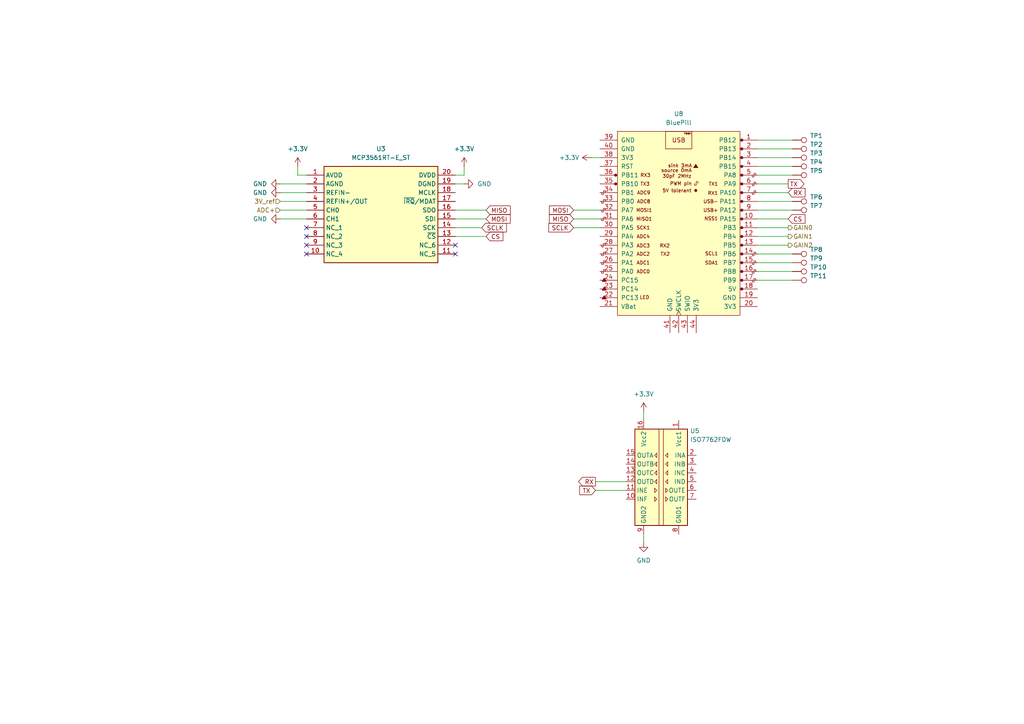
<source format=kicad_sch>
(kicad_sch (version 20231120) (generator "eeschema") (generator_version "8.0")
  (paper "A4")
  (lib_symbols
    (symbol "Connector:TestPoint" (pin_numbers hide) (pin_names (offset 0.762) hide)
      (property "Reference" "TP" (at 0 6.858 0))
      (property "Value" "TestPoint" (at 0 5.08 0))
      (symbol "TestPoint_0_1"
        (circle (center 0 3.302) (radius 0.762))
      )
      (symbol "TestPoint_1_1"
        (pin passive line (at 0 0 90) (length 2.54) (name "1") (number "1"))
      )
    )
    (symbol "Isolator:ISO7762FDW"
      (property "Reference" "U" (at 8.255 14.605 0))
      (property "Value" "ISO7762FDW" (at 8.255 12.065 0))
      (symbol "ISO7762FDW_0_1"
        (rectangle (start -7.62 15.24) (end 7.62 -12.7) (stroke (width 0.254)) (fill (type background)))
        (polyline (pts (xy -0.635 15.24) (xy -0.635 -12.7)))
        (polyline (pts (xy 0.635 15.24) (xy 0.635 -12.7)))
        (polyline (pts (xy -1.905 8.255) (xy -1.27 7.62) (xy -1.905 6.985) (xy -1.905 8.255)))
        (polyline (pts (xy 1.27 8.255) (xy 1.905 7.62) (xy 1.27 6.985) (xy 1.27 8.255)))
      )
      (symbol "ISO7762FDW_1_1"
        (polyline (pts (xy -1.905 0.635) (xy -1.27 0) (xy -1.905 -0.635) (xy -1.905 0.635)))
        (polyline (pts (xy -1.905 3.175) (xy -1.27 2.54) (xy -1.905 1.905) (xy -1.905 3.175)))
        (polyline (pts (xy -1.905 5.715) (xy -1.27 5.08) (xy -1.905 4.445) (xy -1.905 5.715)))
        (polyline (pts (xy -1.27 -4.445) (xy -1.905 -5.08) (xy -1.27 -5.715) (xy -1.27 -4.445)))
        (polyline (pts (xy -1.27 -1.905) (xy -1.905 -2.54) (xy -1.27 -3.175) (xy -1.27 -1.905)))
        (polyline (pts (xy 1.27 0.635) (xy 1.905 0) (xy 1.27 -0.635) (xy 1.27 0.635)))
        (polyline (pts (xy 1.27 3.175) (xy 1.905 2.54) (xy 1.27 1.905) (xy 1.27 3.175)))
        (polyline (pts (xy 1.27 5.715) (xy 1.905 5.08) (xy 1.27 4.445) (xy 1.27 5.715)))
        (polyline (pts (xy 1.905 -4.445) (xy 1.27 -5.08) (xy 1.905 -5.715) (xy 1.905 -4.445)))
        (polyline (pts (xy 1.905 -1.905) (xy 1.27 -2.54) (xy 1.905 -3.175) (xy 1.905 -1.905)))
        (pin power_in line (at -5.08 17.78 270) (length 2.54) (name "Vcc1") (number "1"))
        (pin input line (at 10.16 -5.08 180) (length 2.54) (name "INF") (number "10"))
        (pin input line (at 10.16 -2.54 180) (length 2.54) (name "INE") (number "11"))
        (pin output line (at 10.16 0 180) (length 2.54) (name "OUTD") (number "12"))
        (pin output line (at 10.16 2.54 180) (length 2.54) (name "OUTC") (number "13"))
        (pin output line (at 10.16 5.08 180) (length 2.54) (name "OUTB") (number "14"))
        (pin output line (at 10.16 7.62 180) (length 2.54) (name "OUTA") (number "15"))
        (pin power_in line (at 5.08 17.78 270) (length 2.54) (name "Vcc2") (number "16"))
        (pin input line (at -10.16 7.62 0) (length 2.54) (name "INA") (number "2"))
        (pin input line (at -10.16 5.08 0) (length 2.54) (name "INB") (number "3"))
        (pin input line (at -10.16 2.54 0) (length 2.54) (name "INC") (number "4"))
        (pin input line (at -10.16 0 0) (length 2.54) (name "IND") (number "5"))
        (pin output line (at -10.16 -2.54 0) (length 2.54) (name "OUTE") (number "6"))
        (pin output line (at -10.16 -5.08 0) (length 2.54) (name "OUTF") (number "7"))
        (pin power_in line (at -5.08 -15.24 90) (length 2.54) (name "GND1") (number "8"))
        (pin power_in line (at 5.08 -15.24 90) (length 2.54) (name "GND2") (number "9"))
      )
    )
    (symbol "power:+3.3V" (power) (pin_numbers hide) (pin_names (offset 0) hide)
      (property "Value" "+3.3V" (at 0 3.556 0))
      (symbol "+3.3V_0_1"
        (polyline (pts (xy -0.762 1.27) (xy 0 2.54)))
        (polyline (pts (xy 0 0) (xy 0 2.54)))
        (polyline (pts (xy 0 2.54) (xy 0.762 1.27)))
      )
      (symbol "+3.3V_1_1"
        (pin power_in line (at 0 0 90) (length 0) (name "~") (number "1"))
      )
    )
    (symbol "power:GND" (power) (pin_numbers hide) (pin_names (offset 0) hide)
      (property "Value" "GND" (at 0 -3.81 0))
      (symbol "GND_0_1"
        (polyline (pts (xy 0 0) (xy 0 -1.27) (xy 1.27 -1.27) (xy 0 -2.54) (xy -1.27 -1.27) (xy 0 -1.27)))
      )
      (symbol "GND_1_1"
        (pin power_in line (at 0 0 270) (length 0) (name "~") (number "1"))
      )
    )
    (symbol "psg:BluePill" (pin_names (offset 1.016))
      (property "Reference" "U" (at -15.24 27.94 0))
      (property "Value" "BluePill" (at 7.62 27.686 0))
      (symbol "BluePill_0_0"
        (circle (center -18.288 -20.32) (radius 0.3556) (fill (type outline)))
        (circle (center -18.288 -17.78) (radius 0.3556) (fill (type outline)))
        (circle (center -18.288 -15.24) (radius 0.3556) (fill (type outline)))
        (circle (center -18.288 -12.7) (radius 0.3556) (fill (type outline)))
        (circle (center -18.288 -10.16) (radius 0.3556) (fill (type outline)))
        (circle (center -18.288 -7.62) (radius 0.3556) (fill (type outline)))
        (circle (center -18.288 -5.08) (radius 0.3556) (fill (type outline)))
        (circle (center -18.288 -2.54) (radius 0.3556) (fill (type outline)))
        (circle (center -18.288 0) (radius 0.3556) (fill (type outline)))
        (circle (center -18.288 2.54) (radius 0.3556) (fill (type outline)))
        (circle (center -18.288 5.08) (radius 0.3556) (fill (type outline)))
        (circle (center -18.288 7.62) (radius 0.3556) (fill (type outline)))
        (circle (center -18.288 10.16) (radius 0.3556) (fill (type outline)))
        (circle (center -18.288 12.7) (radius 0.3556) (fill (type outline)))
        (circle (center -18.288 15.24) (radius 0.3556) (fill (type outline)))
        (circle (center -18.288 17.78) (radius 0.3556) (fill (type outline)))
        (circle (center -18.288 22.86) (radius 0.3556) (fill (type outline)))
        (circle (center -4.953 8.255) (radius 0.127) (fill (type outline)))
        (circle (center -4.953 8.255) (radius 0.254))
        (circle (center -4.953 8.255) (radius 0.3556))
        (polyline (pts (xy -5.588 14.859) (xy -4.953 15.875) (xy -4.318 14.859) (xy -5.588 14.859) (xy -4.953 15.748) (xy -4.445 14.859) (xy -5.461 14.986) (xy -4.953 15.621) (xy -4.572 14.859) (xy -5.334 15.113) (xy -4.826 15.494) (xy -4.699 14.859) (xy -5.207 15.24) (xy -4.699 15.367) (xy -4.826 14.986) (xy -5.08 15.24) (xy -4.826 15.113) (xy -4.953 15.367)))
        (polyline (pts (xy 20.955 -23.241) (xy 21.59 -22.225) (xy 22.225 -23.241) (xy 20.955 -23.241) (xy 21.59 -22.352) (xy 22.098 -23.241) (xy 21.082 -23.114) (xy 21.59 -22.479) (xy 21.971 -23.241) (xy 21.209 -22.987) (xy 21.717 -22.606) (xy 21.844 -23.241) (xy 21.336 -22.86) (xy 21.844 -22.733) (xy 21.717 -23.114) (xy 21.463 -22.86) (xy 21.717 -22.987) (xy 21.59 -22.733)))
        (polyline (pts (xy 20.955 -20.701) (xy 21.59 -19.685) (xy 22.225 -20.701) (xy 20.955 -20.701) (xy 21.59 -19.812) (xy 22.098 -20.701) (xy 21.082 -20.574) (xy 21.59 -19.939) (xy 21.971 -20.701) (xy 21.209 -20.447) (xy 21.717 -20.066) (xy 21.844 -20.701) (xy 21.336 -20.32) (xy 21.844 -20.193) (xy 21.717 -20.574) (xy 21.463 -20.32) (xy 21.717 -20.447) (xy 21.59 -20.193)))
        (polyline (pts (xy 20.955 -18.161) (xy 21.59 -17.145) (xy 22.225 -18.161) (xy 20.955 -18.161) (xy 21.59 -17.272) (xy 22.098 -18.161) (xy 21.082 -18.034) (xy 21.59 -17.399) (xy 21.971 -18.161) (xy 21.209 -17.907) (xy 21.717 -17.526) (xy 21.844 -18.161) (xy 21.336 -17.78) (xy 21.844 -17.653) (xy 21.717 -18.034) (xy 21.463 -17.78) (xy 21.717 -17.907) (xy 21.59 -17.653)))
        (circle (center 18.288 10.16) (radius 0.254) (fill (type outline)))
        (circle (center 18.288 10.16) (radius 0.3556))
        (circle (center 18.288 12.7) (radius 0.254) (fill (type outline)))
        (circle (center 18.288 12.7) (radius 0.3556))
        (text "30pF 2MHz" (at 0.508 12.446 0) (effects (font (size 0.9906 0.9906))))
        (text "5V tolerant" (at 0.508 8.255 0) (effects (font (size 0.9906 0.9906))))
        (text "ADC0" (at 10.287 -15.24 0) (effects (font (size 0.9906 0.9906))))
        (text "ADC1" (at 10.287 -12.7 0) (effects (font (size 0.9906 0.9906))))
        (text "ADC2" (at 10.287 -10.16 0) (effects (font (size 0.9906 0.9906))))
        (text "ADC3" (at 10.287 -7.747 0) (effects (font (size 0.9906 0.9906))))
        (text "ADC4" (at 10.287 -5.08 0) (effects (font (size 0.9906 0.9906))))
        (text "ADC8" (at 10.16 5.08 0) (effects (font (size 0.9906 0.9906))))
        (text "ADC9" (at 10.16 7.62 0) (effects (font (size 0.9906 0.9906))))
        (text "LED" (at 9.906 -22.733 0) (effects (font (size 0.9906 0.9906))))
        (text "MISO1" (at 10.033 0 0) (effects (font (size 0.9906 0.9906))))
        (text "MOSI1" (at 10.033 2.54 0) (effects (font (size 0.9906 0.9906))))
        (text "NSS1" (at -9.398 0.127 0) (effects (font (size 0.9906 0.9906))))
        (text "PWM pin" (at -0.635 10.287 0) (effects (font (size 0.9906 0.9906))))
        (text "RX1" (at -9.906 7.493 0) (effects (font (size 0.9906 0.9906))))
        (text "RX2" (at 4.064 -7.747 0) (effects (font (size 0.9906 0.9906))))
        (text "RX3" (at 9.652 12.7 0) (effects (font (size 0.9906 0.9906))))
        (text "SCK1" (at 10.287 -2.54 0) (effects (font (size 0.9906 0.9906))))
        (text "SCL1" (at -9.525 -10.033 0) (effects (font (size 0.9906 0.9906))))
        (text "SDA1" (at -9.525 -12.7 0) (effects (font (size 0.9906 0.9906))))
        (text "sink 3mA" (at -0.381 15.494 0) (effects (font (size 0.9906 0.9906))))
        (text "source 0mA" (at 0.635 14.097 0) (effects (font (size 0.9906 0.9906))))
        (text "TX1" (at -10.033 10.16 0) (effects (font (size 0.9906 0.9906))))
        (text "TX2" (at 3.937 -10.16 0) (effects (font (size 0.9906 0.9906))))
        (text "TX3" (at 9.779 10.16 0) (effects (font (size 0.9906 0.9906))))
        (text "USB" (at 0 22.86 0) (effects (font (size 1.27 1.27))))
        (text "USB+" (at -9.271 2.54 0) (effects (font (size 0.9906 0.9906))))
        (text "USB-" (at -9.271 5.08 0) (effects (font (size 0.9906 0.9906))))
        (text "Y@@J" (at -2.5654 24.8412 0) (effects (font (size 0.508 0.508))))
      )
      (symbol "BluePill_0_1"
        (rectangle (start -17.78 25.4) (end 17.78 -27.94) (fill (type background)))
        (polyline (pts (xy -21.336 -17.78) (xy -21.336 -18.288) (xy -21.844 -18.288) (xy -21.844 -17.272) (xy -22.352 -17.272) (xy -22.352 -17.78)))
        (polyline (pts (xy -21.336 -15.24) (xy -21.336 -15.748) (xy -21.844 -15.748) (xy -21.844 -14.732) (xy -22.352 -14.732) (xy -22.352 -15.24)))
        (polyline (pts (xy -21.336 -12.7) (xy -21.336 -13.208) (xy -21.844 -13.208) (xy -21.844 -12.192) (xy -22.352 -12.192) (xy -22.352 -12.7)))
        (polyline (pts (xy -21.336 -10.16) (xy -21.336 -10.668) (xy -21.844 -10.668) (xy -21.844 -9.652) (xy -22.352 -9.652) (xy -22.352 -10.16)))
        (polyline (pts (xy -21.336 7.62) (xy -21.336 7.112) (xy -21.844 7.112) (xy -21.844 8.128) (xy -22.352 8.128) (xy -22.352 7.62)))
        (polyline (pts (xy -21.336 10.16) (xy -21.336 9.652) (xy -21.844 9.652) (xy -21.844 10.668) (xy -22.352 10.668) (xy -22.352 10.16)))
        (polyline (pts (xy -21.336 12.7) (xy -21.336 12.192) (xy -21.844 12.192) (xy -21.844 13.208) (xy -22.352 13.208) (xy -22.352 12.7)))
        (polyline (pts (xy -4.572 10.287) (xy -4.572 9.779) (xy -5.08 9.779) (xy -5.08 10.795) (xy -5.588 10.795) (xy -5.588 10.287)))
        (polyline (pts (xy 22.352 -15.24) (xy 22.352 -15.748) (xy 21.844 -15.748) (xy 21.844 -14.732) (xy 21.336 -14.732) (xy 21.336 -15.24)))
        (polyline (pts (xy 22.352 -12.7) (xy 22.352 -13.208) (xy 21.844 -13.208) (xy 21.844 -12.192) (xy 21.336 -12.192) (xy 21.336 -12.7)))
        (polyline (pts (xy 22.352 -10.16) (xy 22.352 -10.668) (xy 21.844 -10.668) (xy 21.844 -9.652) (xy 21.336 -9.652) (xy 21.336 -10.16)))
        (polyline (pts (xy 22.352 -7.62) (xy 22.352 -8.128) (xy 21.844 -8.128) (xy 21.844 -7.112) (xy 21.336 -7.112) (xy 21.336 -7.62)))
        (polyline (pts (xy 22.352 0) (xy 22.352 -0.508) (xy 21.844 -0.508) (xy 21.844 0.508) (xy 21.336 0.508) (xy 21.336 0)))
        (polyline (pts (xy 22.352 2.54) (xy 22.352 2.032) (xy 21.844 2.032) (xy 21.844 3.048) (xy 21.336 3.048) (xy 21.336 2.54)))
        (polyline (pts (xy 22.352 5.08) (xy 22.352 4.572) (xy 21.844 4.572) (xy 21.844 5.588) (xy 21.336 5.588) (xy 21.336 5.08)))
        (polyline (pts (xy 22.352 7.62) (xy 22.352 7.112) (xy 21.844 7.112) (xy 21.844 8.128) (xy 21.336 8.128) (xy 21.336 7.62)))
        (rectangle (start 3.81 25.4) (end -3.81 20.32))
      )
      (symbol "BluePill_1_1"
        (circle (center -18.288 20.32) (radius 0.3556) (fill (type outline)))
        (pin bidirectional line (at -22.86 22.86 0) (length 5.08) (name "PB12") (number "1"))
        (pin bidirectional line (at -22.86 0 0) (length 5.08) (name "PA15") (number "10"))
        (pin bidirectional line (at -22.86 -2.54 0) (length 5.08) (name "PB3") (number "11"))
        (pin bidirectional line (at -22.86 -5.08 0) (length 5.08) (name "PB4") (number "12"))
        (pin bidirectional line (at -22.86 -7.62 0) (length 5.08) (name "PB5") (number "13"))
        (pin bidirectional line (at -22.86 -10.16 0) (length 5.08) (name "PB6") (number "14"))
        (pin bidirectional line (at -22.86 -12.7 0) (length 5.08) (name "PB7") (number "15"))
        (pin bidirectional line (at -22.86 -15.24 0) (length 5.08) (name "PB8") (number "16"))
        (pin bidirectional line (at -22.86 -17.78 0) (length 5.08) (name "PB9") (number "17"))
        (pin power_in line (at -22.86 -20.32 0) (length 5.08) (name "5V") (number "18"))
        (pin power_in line (at -22.86 -22.86 0) (length 5.08) (name "GND") (number "19"))
        (pin bidirectional line (at -22.86 20.32 0) (length 5.08) (name "PB13") (number "2"))
        (pin power_in line (at -22.86 -25.4 0) (length 5.08) (name "3V3") (number "20"))
        (pin power_in line (at 22.86 -25.4 180) (length 5.08) (name "VBat") (number "21"))
        (pin bidirectional line (at 22.86 -22.86 180) (length 5.08) (name "PC13") (number "22"))
        (pin bidirectional line (at 22.86 -20.32 180) (length 5.08) (name "PC14") (number "23"))
        (pin bidirectional line (at 22.86 -17.78 180) (length 5.08) (name "PC15") (number "24"))
        (pin bidirectional line (at 22.86 -15.24 180) (length 5.08) (name "PA0") (number "25"))
        (pin bidirectional line (at 22.86 -12.7 180) (length 5.08) (name "PA1") (number "26"))
        (pin bidirectional line (at 22.86 -10.16 180) (length 5.08) (name "PA2") (number "27"))
        (pin bidirectional line (at 22.86 -7.62 180) (length 5.08) (name "PA3") (number "28"))
        (pin bidirectional line (at 22.86 -5.08 180) (length 5.08) (name "PA4") (number "29"))
        (pin bidirectional line (at -22.86 17.78 0) (length 5.08) (name "PB14") (number "3"))
        (pin bidirectional line (at 22.86 -2.54 180) (length 5.08) (name "PA5") (number "30"))
        (pin bidirectional line (at 22.86 0 180) (length 5.08) (name "PA6") (number "31"))
        (pin bidirectional line (at 22.86 2.54 180) (length 5.08) (name "PA7") (number "32"))
        (pin bidirectional line (at 22.86 5.08 180) (length 5.08) (name "PB0") (number "33"))
        (pin bidirectional line (at 22.86 7.62 180) (length 5.08) (name "PB1") (number "34"))
        (pin bidirectional line (at 22.86 10.16 180) (length 5.08) (name "PB10") (number "35"))
        (pin bidirectional line (at 22.86 12.7 180) (length 5.08) (name "PB11") (number "36"))
        (pin input line (at 22.86 15.24 180) (length 5.08) (name "RST") (number "37"))
        (pin power_in line (at 22.86 17.78 180) (length 5.08) (name "3V3") (number "38"))
        (pin power_in line (at 22.86 22.86 180) (length 5.08) (name "GND") (number "39"))
        (pin bidirectional line (at -22.86 15.24 0) (length 5.08) (name "PB15") (number "4"))
        (pin power_in line (at 22.86 20.32 180) (length 5.08) (name "GND") (number "40"))
        (pin power_in line (at 2.54 -33.02 90) (length 5.08) (name "GND") (number "41"))
        (pin bidirectional clock (at 0 -33.02 90) (length 5.08) (name "SWCLK") (number "42"))
        (pin bidirectional line (at -2.54 -33.02 90) (length 5.08) (name "SWIO") (number "43"))
        (pin power_in line (at -5.08 -33.02 90) (length 5.08) (name "3V3") (number "44"))
        (pin bidirectional line (at -22.86 12.7 0) (length 5.08) (name "PA8") (number "5"))
        (pin bidirectional line (at -22.86 10.16 0) (length 5.08) (name "PA9") (number "6"))
        (pin bidirectional line (at -22.86 7.62 0) (length 5.08) (name "PA10") (number "7"))
        (pin bidirectional line (at -22.86 5.08 0) (length 5.08) (name "PA11") (number "8"))
        (pin bidirectional line (at -22.86 2.54 0) (length 5.08) (name "PA12") (number "9"))
      )
    )
    (symbol "rack_modules:MCP3561RT-E_ST"
      (property "Reference" "U" (at 9.906 7.62 0))
      (property "Value" "MCP3561RT-E_ST" (at 9.906 5.08 0))
      (symbol "MCP3561RT-E_ST_1_1"
        (rectangle (start 5.08 2.54) (end 38.1 -25.4) (stroke (width 0.254)) (fill (type background)))
        (pin power_in line (at 0 0 0) (length 5.08) (name "AVDD") (number "1"))
        (pin passive line (at 0 -22.86 0) (length 5.08) (name "NC_4") (number "10"))
        (pin passive line (at 43.18 -22.86 180) (length 5.08) (name "NC_5") (number "11"))
        (pin passive line (at 43.18 -20.32 180) (length 5.08) (name "NC_6") (number "12"))
        (pin input line (at 43.18 -17.78 180) (length 5.08) (name "~{CS}") (number "13"))
        (pin input line (at 43.18 -15.24 180) (length 5.08) (name "SCK") (number "14"))
        (pin input line (at 43.18 -12.7 180) (length 5.08) (name "SDI") (number "15"))
        (pin output line (at 43.18 -10.16 180) (length 5.08) (name "SDO") (number "16"))
        (pin output line (at 43.18 -7.62 180) (length 5.08) (name "~{IRQ}/MDAT") (number "17"))
        (pin passive line (at 43.18 -5.08 180) (length 5.08) (name "MCLK") (number "18"))
        (pin power_in line (at 43.18 -2.54 180) (length 5.08) (name "DGND") (number "19"))
        (pin power_in line (at 0 -2.54 0) (length 5.08) (name "AGND") (number "2"))
        (pin power_in line (at 43.18 0 180) (length 5.08) (name "DVDD") (number "20"))
        (pin input line (at 0 -5.08 0) (length 5.08) (name "REFIN-") (number "3"))
        (pin passive line (at 0 -7.62 0) (length 5.08) (name "REFIN+/OUT") (number "4"))
        (pin input line (at 0 -10.16 0) (length 5.08) (name "CH0") (number "5"))
        (pin input line (at 0 -12.7 0) (length 5.08) (name "CH1") (number "6"))
        (pin passive line (at 0 -15.24 0) (length 5.08) (name "NC_1") (number "7"))
        (pin passive line (at 0 -17.78 0) (length 5.08) (name "NC_2") (number "8"))
        (pin passive line (at 0 -20.32 0) (length 5.08) (name "NC_3") (number "9"))
      )
    )
  )
  (no_connect (at 88.9 66.04))
  (no_connect (at 132.08 73.66))
  (no_connect (at 88.9 73.66))
  (no_connect (at 88.9 68.58))
  (no_connect (at 88.9 71.12))
  (no_connect (at 132.08 71.12))
  (wire (pts (xy 132.08 53.34) (xy 134.62 53.34)))
  (wire (pts (xy 219.71 73.66) (xy 229.87 73.66)))
  (wire (pts (xy 219.71 58.42) (xy 229.87 58.42)))
  (wire (pts (xy 86.36 48.26) (xy 86.36 50.8)))
  (wire (pts (xy 219.71 63.5) (xy 228.6 63.5)))
  (wire (pts (xy 166.37 66.04) (xy 173.99 66.04)))
  (wire (pts (xy 181.61 139.7) (xy 172.72 139.7)))
  (wire (pts (xy 219.71 48.26) (xy 229.87 48.26)))
  (wire (pts (xy 81.28 60.96) (xy 88.9 60.96)))
  (wire (pts (xy 81.28 58.42) (xy 88.9 58.42)))
  (wire (pts (xy 219.71 55.88) (xy 228.6 55.88)))
  (wire (pts (xy 219.71 50.8) (xy 229.87 50.8)))
  (wire (pts (xy 219.71 60.96) (xy 229.87 60.96)))
  (wire (pts (xy 134.62 50.8) (xy 132.08 50.8)))
  (wire (pts (xy 219.71 53.34) (xy 228.6 53.34)))
  (wire (pts (xy 132.08 63.5) (xy 140.97 63.5)))
  (wire (pts (xy 81.28 53.34) (xy 88.9 53.34)))
  (wire (pts (xy 228.6 68.58) (xy 219.71 68.58)))
  (wire (pts (xy 166.37 63.5) (xy 173.99 63.5)))
  (wire (pts (xy 132.08 68.58) (xy 140.97 68.58)))
  (wire (pts (xy 134.62 48.26) (xy 134.62 50.8)))
  (wire (pts (xy 219.71 81.28) (xy 229.87 81.28)))
  (wire (pts (xy 186.69 119.38) (xy 186.69 121.92)))
  (wire (pts (xy 219.71 45.72) (xy 229.87 45.72)))
  (wire (pts (xy 132.08 60.96) (xy 140.97 60.96)))
  (wire (pts (xy 186.69 157.48) (xy 186.69 154.94)))
  (wire (pts (xy 171.45 45.72) (xy 173.99 45.72)))
  (wire (pts (xy 139.7 66.04) (xy 132.08 66.04)))
  (wire (pts (xy 81.28 55.88) (xy 88.9 55.88)))
  (wire (pts (xy 166.37 60.96) (xy 173.99 60.96)))
  (wire (pts (xy 219.71 40.64) (xy 229.87 40.64)))
  (wire (pts (xy 228.6 71.12) (xy 219.71 71.12)))
  (wire (pts (xy 86.36 50.8) (xy 88.9 50.8)))
  (wire (pts (xy 219.71 76.2) (xy 229.87 76.2)))
  (wire (pts (xy 228.6 66.04) (xy 219.71 66.04)))
  (wire (pts (xy 81.28 63.5) (xy 88.9 63.5)))
  (wire (pts (xy 181.61 142.24) (xy 172.72 142.24)))
  (wire (pts (xy 219.71 43.18) (xy 229.87 43.18)))
  (wire (pts (xy 219.71 78.74) (xy 229.87 78.74)))
  (text "verzioniši module po rezoluciji, 4.5 ima lm4040, 5.5 ima ref5050, 6.5 ima lm399 itd" (at 157.988 -29.718 0) (effects (font (size 5.08 5.08))))
  (text "Napravi kalibracioni modul\n" (at 73.914 -52.07 0) (effects (font (size 5.08 5.08))))
  (text "Napravi baterija modul za kalibracioni modul\n" (at 103.886 -41.402 0) (effects (font (size 5.08 5.08))))
  (global_label "MISO" (shape input) (at 166.37 63.5 180) (property "Intersheetrefs" "${INTERSHEET_REFS}" (effects (hide yes))))
  (global_label "SCLK" (shape input) (at 139.7 66.04 0) (property "Intersheetrefs" "${INTERSHEET_REFS}" (effects (hide yes))))
  (global_label "CS" (shape input) (at 140.97 68.58 0) (property "Intersheetrefs" "${INTERSHEET_REFS}" (effects (hide yes))))
  (global_label "SCLK" (shape input) (at 166.37 66.04 180) (property "Intersheetrefs" "${INTERSHEET_REFS}" (effects (hide yes))))
  (global_label "TX" (shape output) (at 228.6 53.34 0) (property "Intersheetrefs" "${INTERSHEET_REFS}" (effects (hide yes))))
  (global_label "CS" (shape input) (at 228.6 63.5 0) (property "Intersheetrefs" "${INTERSHEET_REFS}" (effects (hide yes))))
  (global_label "TX" (shape input) (at 172.72 142.24 180) (property "Intersheetrefs" "${INTERSHEET_REFS}" (effects (hide yes))))
  (global_label "RX" (shape input) (at 228.6 55.88 0) (property "Intersheetrefs" "${INTERSHEET_REFS}" (effects (hide yes))))
  (global_label "MISO" (shape input) (at 140.97 60.96 0) (property "Intersheetrefs" "${INTERSHEET_REFS}" (effects (hide yes))))
  (global_label "MOSI" (shape input) (at 140.97 63.5 0) (property "Intersheetrefs" "${INTERSHEET_REFS}" (effects (hide yes))))
  (global_label "MOSI" (shape input) (at 166.37 60.96 180) (property "Intersheetrefs" "${INTERSHEET_REFS}" (effects (hide yes))))
  (global_label "RX" (shape output) (at 172.72 139.7 180) (property "Intersheetrefs" "${INTERSHEET_REFS}" (effects (hide yes))))
  (hierarchical_label "GAIN0" (shape output) (at 228.6 66.04 0))
  (hierarchical_label "GAIN2" (shape output) (at 228.6 71.12 0))
  (hierarchical_label "ADC+" (shape input) (at 81.28 60.96 180))
  (hierarchical_label "GAIN1" (shape output) (at 228.6 68.58 0))
  (hierarchical_label "3V_ref" (shape input) (at 81.28 58.42 180))
  (symbol (lib_id "Connector:TestPoint") (at 229.87 58.42 270) (unit 1)
    (property "Reference" "TP6" (at 234.95 57.1499 90) (effects (justify left)))
    (property "Value" "TestPoint" (effects (hide yes)))
    (property "Footprint" "TestPoint:TestPoint_Pad_D3.0mm" (effects (hide yes)))
    (property "Description" "test point" (effects (hide yes)))
  )
  (symbol (lib_id "power:+3.3V") (at 171.45 45.72 90) (mirror x) (unit 1)
    (property "Reference" "#PWR036" (effects (hide yes)))
    (property "Value" "+3.3V" (at 165.1 45.72 90))
    (property "Description" "Power symbol creates a global label with name \"+3.3V\"" (effects (hide yes)))
  )
  (symbol (lib_id "power:GND") (at 81.28 63.5 270) (unit 1)
    (property "Reference" "#PWR022" (effects (hide yes)))
    (property "Value" "GND" (at 77.47 63.4999 90) (effects (justify right)))
    (property "Description" "Power symbol creates a global label with name \"GND\" , ground" (effects (hide yes)))
  )
  (symbol (lib_id "power:+3.3V") (at 86.36 48.26 0) (unit 1)
    (property "Reference" "#PWR06" (effects (hide yes)))
    (property "Value" "+3.3V" (at 86.36 43.18 0))
    (property "Description" "Power symbol creates a global label with name \"+3.3V\"" (effects (hide yes)))
  )
  (symbol (lib_id "power:GND") (at 186.69 157.48 0) (unit 1)
    (property "Reference" "#PWR010" (effects (hide yes)))
    (property "Value" "GND" (at 186.69 162.56 0))
    (property "Description" "Power symbol creates a global label with name \"GND\" , ground" (effects (hide yes)))
  )
  (symbol (lib_id "Connector:TestPoint") (at 229.87 40.64 270) (unit 1)
    (property "Reference" "TP1" (at 234.95 39.3699 90) (effects (justify left)))
    (property "Value" "TestPoint" (effects (hide yes)))
    (property "Footprint" "TestPoint:TestPoint_Pad_D3.0mm" (effects (hide yes)))
    (property "Description" "test point" (effects (hide yes)))
  )
  (symbol (lib_id "power:GND") (at 81.28 55.88 270) (unit 1)
    (property "Reference" "#PWR05" (effects (hide yes)))
    (property "Value" "GND" (at 77.47 55.8799 90) (effects (justify right)))
    (property "Description" "Power symbol creates a global label with name \"GND\" , ground" (effects (hide yes)))
  )
  (symbol (lib_id "Isolator:ISO7762FDW") (at 191.77 139.7 0) (mirror y) (unit 1)
    (property "Reference" "U5" (at 200.152 124.968 0) (effects (justify right)))
    (property "Value" "ISO7762FDW" (at 200.152 127.508 0) (effects (justify right)))
    (property "Footprint" "Package_SO:SOIC-16W_7.5x10.3mm_P1.27mm" (effects (hide yes)))
    (property "Datasheet" "https://www.ti.com/lit/ds/symlink/iso7763.pdf?ts=1596905577895" (effects (hide yes)))
    (property "Description" "Default low, High-speed, robust EMC, reinforced, six-channel, digital, isolator, SOIC-16" (effects (hide yes)))
  )
  (symbol (lib_id "Connector:TestPoint") (at 229.87 45.72 270) (unit 1)
    (property "Reference" "TP3" (at 234.95 44.4499 90) (effects (justify left)))
    (property "Value" "TestPoint" (effects (hide yes)))
    (property "Footprint" "TestPoint:TestPoint_Pad_D3.0mm" (effects (hide yes)))
    (property "Description" "test point" (effects (hide yes)))
  )
  (symbol (lib_id "Connector:TestPoint") (at 229.87 50.8 270) (unit 1)
    (property "Reference" "TP5" (at 234.95 49.5299 90) (effects (justify left)))
    (property "Value" "TestPoint" (effects (hide yes)))
    (property "Footprint" "TestPoint:TestPoint_Pad_D3.0mm" (effects (hide yes)))
    (property "Description" "test point" (effects (hide yes)))
  )
  (symbol (lib_id "Connector:TestPoint") (at 229.87 60.96 270) (unit 1)
    (property "Reference" "TP7" (at 234.95 59.6899 90) (effects (justify left)))
    (property "Value" "TestPoint" (effects (hide yes)))
    (property "Footprint" "TestPoint:TestPoint_Pad_D3.0mm" (effects (hide yes)))
    (property "Description" "test point" (effects (hide yes)))
  )
  (symbol (lib_id "psg:BluePill") (at 196.85 63.5 0) (mirror y) (unit 1)
    (property "Reference" "U8" (at 196.85 33.02 0))
    (property "Value" "BluePill" (at 196.85 35.56 0))
    (property "Footprint" "PSG:BluePill" (effects (hide yes)))
  )
  (symbol (lib_id "rack_modules:MCP3561RT-E_ST") (at 88.9 50.8 0) (unit 1)
    (property "Reference" "U3" (at 110.49 43.18 0))
    (property "Value" "MCP3561RT-E_ST" (at 110.49 45.72 0))
    (property "Footprint" "Package_SO:TSSOP-20_4.4x6.5mm_P0.65mm" (effects (hide yes)))
    (property "Datasheet" "https://ww1.microchip.com/downloads/en/DeviceDoc/MCP3561.2.4R-Data-Sheet-DS200006391A.pdf" (effects (hide yes)))
    (property "Description" "Analog to Digital Converters - ADC 24-bit delta-sigma ADC w/Vref, Single channel, 3V" (effects (hide yes)))
    (property "Height" "1.2" (effects (hide yes)))
    (property "Mouser Part Number" "579-MCP3561RT-E/ST" (effects (hide yes)))
    (property "Mouser Price/Stock" "https://www.mouser.co.uk/ProductDetail/Microchip-Technology/MCP3561RT-E-ST?qs=W%2FMpXkg%252BdQ65LmiVjhvJgQ%3D%3D" (effects (hide yes)))
    (property "Manufacturer_Name" "Microchip" (effects (hide yes)))
    (property "Manufacturer_Part_Number" "MCP3561RT-E/ST" (effects (hide yes)))
  )
  (symbol (lib_id "Connector:TestPoint") (at 229.87 76.2 270) (unit 1)
    (property "Reference" "TP9" (at 234.95 74.9299 90) (effects (justify left)))
    (property "Value" "TestPoint" (effects (hide yes)))
    (property "Footprint" "TestPoint:TestPoint_Pad_D3.0mm" (effects (hide yes)))
    (property "Description" "test point" (effects (hide yes)))
  )
  (symbol (lib_id "Connector:TestPoint") (at 229.87 43.18 270) (unit 1)
    (property "Reference" "TP2" (at 234.95 41.9099 90) (effects (justify left)))
    (property "Value" "TestPoint" (effects (hide yes)))
    (property "Footprint" "TestPoint:TestPoint_Pad_D3.0mm" (effects (hide yes)))
    (property "Description" "test point" (effects (hide yes)))
  )
  (symbol (lib_id "power:GND") (at 81.28 53.34 270) (unit 1)
    (property "Reference" "#PWR04" (effects (hide yes)))
    (property "Value" "GND" (at 77.47 53.3399 90) (effects (justify right)))
    (property "Description" "Power symbol creates a global label with name \"GND\" , ground" (effects (hide yes)))
  )
  (symbol (lib_id "power:GND") (at 134.62 53.34 90) (mirror x) (unit 1)
    (property "Reference" "#PWR08" (effects (hide yes)))
    (property "Value" "GND" (at 138.43 53.3399 90) (effects (justify right)))
    (property "Description" "Power symbol creates a global label with name \"GND\" , ground" (effects (hide yes)))
  )
  (symbol (lib_id "power:+3.3V") (at 186.69 119.38 0) (mirror y) (unit 1)
    (property "Reference" "#PWR09" (effects (hide yes)))
    (property "Value" "+3.3V" (at 186.69 114.3 0))
    (property "Description" "Power symbol creates a global label with name \"+3.3V\"" (effects (hide yes)))
  )
  (symbol (lib_id "Connector:TestPoint") (at 229.87 81.28 270) (unit 1)
    (property "Reference" "TP11" (at 234.95 80.0099 90) (effects (justify left)))
    (property "Value" "TestPoint" (effects (hide yes)))
    (property "Footprint" "TestPoint:TestPoint_Pad_D3.0mm" (effects (hide yes)))
    (property "Description" "test point" (effects (hide yes)))
  )
  (symbol (lib_id "power:+3.3V") (at 134.62 48.26 0) (mirror y) (unit 1)
    (property "Reference" "#PWR07" (effects (hide yes)))
    (property "Value" "+3.3V" (at 134.62 43.18 0))
    (property "Description" "Power symbol creates a global label with name \"+3.3V\"" (effects (hide yes)))
  )
  (symbol (lib_id "Connector:TestPoint") (at 229.87 78.74 270) (unit 1)
    (property "Reference" "TP10" (at 234.95 77.4699 90) (effects (justify left)))
    (property "Value" "TestPoint" (effects (hide yes)))
    (property "Footprint" "TestPoint:TestPoint_Pad_D3.0mm" (effects (hide yes)))
    (property "Description" "test point" (effects (hide yes)))
  )
  (symbol (lib_id "Connector:TestPoint") (at 229.87 73.66 270) (unit 1)
    (property "Reference" "TP8" (at 234.95 72.3899 90) (effects (justify left)))
    (property "Value" "TestPoint" (effects (hide yes)))
    (property "Footprint" "TestPoint:TestPoint_Pad_D3.0mm" (effects (hide yes)))
    (property "Description" "test point" (effects (hide yes)))
  )
  (symbol (lib_id "Connector:TestPoint") (at 229.87 48.26 270) (unit 1)
    (property "Reference" "TP4" (at 234.95 46.9899 90) (effects (justify left)))
    (property "Value" "TestPoint" (effects (hide yes)))
    (property "Footprint" "TestPoint:TestPoint_Pad_D3.0mm" (effects (hide yes)))
    (property "Description" "test point" (effects (hide yes)))
  )
)
</source>
